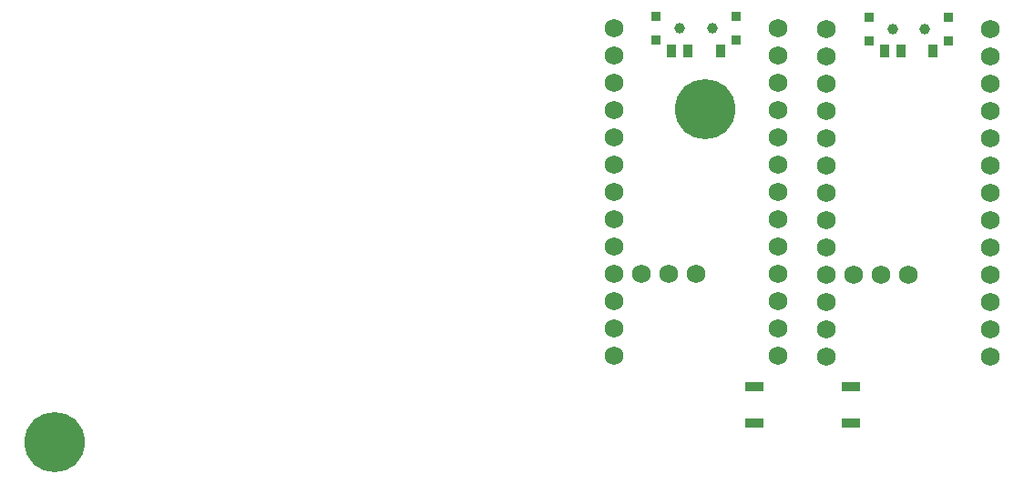
<source format=gbr>
%TF.GenerationSoftware,KiCad,Pcbnew,9.0.0*%
%TF.CreationDate,2025-06-07T14:39:27-06:00*%
%TF.ProjectId,Mau Keys,4d617520-4b65-4797-932e-6b696361645f,rev?*%
%TF.SameCoordinates,Original*%
%TF.FileFunction,Soldermask,Top*%
%TF.FilePolarity,Negative*%
%FSLAX46Y46*%
G04 Gerber Fmt 4.6, Leading zero omitted, Abs format (unit mm)*
G04 Created by KiCad (PCBNEW 9.0.0) date 2025-06-07 14:39:27*
%MOMM*%
%LPD*%
G01*
G04 APERTURE LIST*
%ADD10R,1.700000X0.900000*%
%ADD11C,1.000000*%
%ADD12R,0.900000X0.900000*%
%ADD13R,0.900000X1.250000*%
%ADD14C,5.600000*%
%ADD15C,1.752600*%
G04 APERTURE END LIST*
D10*
%TO.C,RSW1*%
X145000000Y-76700000D03*
X145000000Y-73300000D03*
%TD*%
D11*
%TO.C,SW_POWER2*%
X157885000Y-40005000D03*
X160885000Y-40005000D03*
D12*
X155685000Y-38905000D03*
X155685000Y-41105000D03*
X163085000Y-38905000D03*
X163085000Y-41105000D03*
D13*
X161635000Y-42080000D03*
X158635000Y-42080000D03*
X157135000Y-42080000D03*
%TD*%
D14*
%TO.C,REF\u002A\u002A*%
X140500000Y-47500000D03*
%TD*%
D15*
%TO.C,NNV2*%
X132000000Y-39962349D03*
X132000000Y-42502349D03*
X132000000Y-45042349D03*
X132000000Y-47582349D03*
X132000000Y-50122349D03*
X132000000Y-52662349D03*
X132000000Y-55202349D03*
X132000000Y-57742349D03*
X132000000Y-60282349D03*
X132000000Y-62822349D03*
X132000000Y-65362349D03*
X132000000Y-67902349D03*
X132000000Y-70442349D03*
X147240000Y-39962349D03*
X147240000Y-42502349D03*
X147240000Y-45042349D03*
X147240000Y-47582349D03*
X147240000Y-50122349D03*
X147240000Y-52662349D03*
X147240000Y-55202349D03*
X147240000Y-57742349D03*
X147240000Y-60282349D03*
X147240000Y-62822349D03*
X147240000Y-65362349D03*
X147240000Y-67902349D03*
X147240000Y-70442349D03*
X134540000Y-62822349D03*
X137080000Y-62822349D03*
X139620000Y-62822349D03*
%TD*%
D11*
%TO.C,SW_POWER1*%
X138120000Y-39962349D03*
X141120000Y-39962349D03*
D12*
X135920000Y-38862349D03*
X135920000Y-41062349D03*
X143320000Y-38862349D03*
X143320000Y-41062349D03*
D13*
X141870000Y-42037349D03*
X138870000Y-42037349D03*
X137370000Y-42037349D03*
%TD*%
D14*
%TO.C,REF\u002A\u002A*%
X80000000Y-78500000D03*
%TD*%
D10*
%TO.C,RSW2*%
X154000000Y-76700000D03*
X154000000Y-73300000D03*
%TD*%
D15*
%TO.C,NNV2_R1*%
X151760000Y-40000000D03*
X151760000Y-42540000D03*
X151760000Y-45080000D03*
X151760000Y-47620000D03*
X151760000Y-50160000D03*
X151760000Y-52700000D03*
X151760000Y-55240000D03*
X151760000Y-57780000D03*
X151760000Y-60320000D03*
X151760000Y-62860000D03*
X151760000Y-65400000D03*
X151760000Y-67940000D03*
X151760000Y-70480000D03*
X167000000Y-40000000D03*
X167000000Y-42540000D03*
X167000000Y-45080000D03*
X167000000Y-47620000D03*
X167000000Y-50160000D03*
X167000000Y-52700000D03*
X167000000Y-55240000D03*
X167000000Y-57780000D03*
X167000000Y-60320000D03*
X167000000Y-62860000D03*
X167000000Y-65400000D03*
X167000000Y-67940000D03*
X167000000Y-70480000D03*
X154300000Y-62860000D03*
X156840000Y-62860000D03*
X159380000Y-62860000D03*
%TD*%
M02*

</source>
